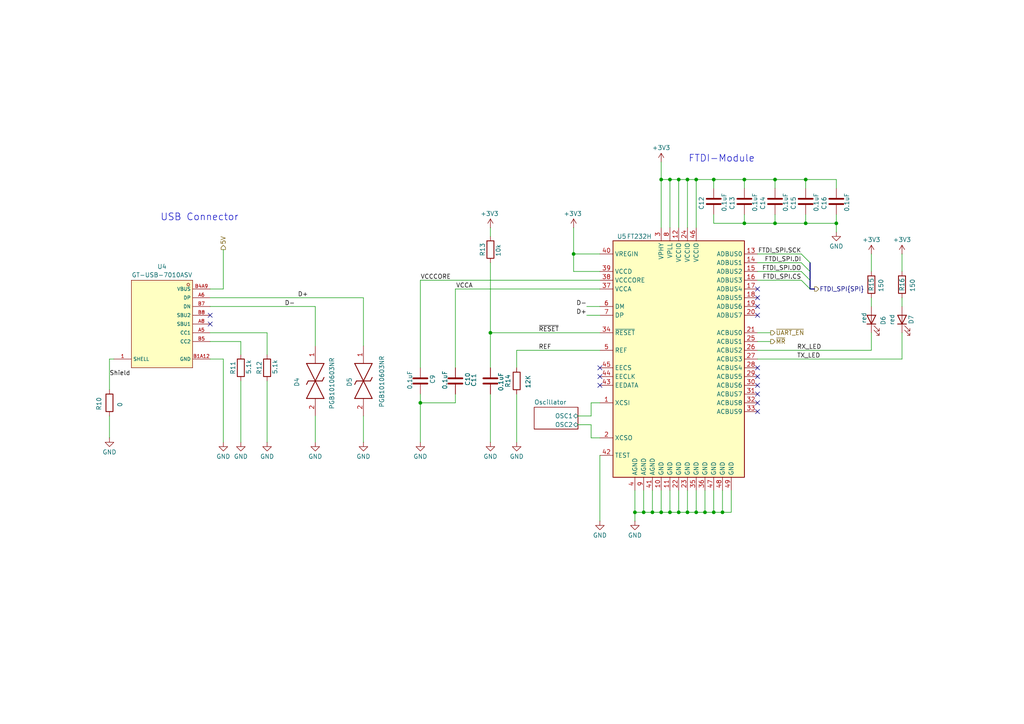
<source format=kicad_sch>
(kicad_sch (version 20231120) (generator "eeschema") (generator_version "8.0")
  (paper "A4")
  (title_block (title "PC connection") (date "2024-05-30") (rev "0.1"))
  (lib_symbols
    (symbol "Device:C" (pin_numbers hide) (pin_names (offset 0.254))
      (property "Reference" "C" (at 0.635 2.54 0))
      (property "Value" "C" (at 0.635 -2.54 0))
      (symbol "C_0_1"
        (polyline (pts (xy -2.032 -0.762) (xy 2.032 -0.762)) (stroke (width 0.508)))
        (polyline (pts (xy -2.032 0.762) (xy 2.032 0.762)) (stroke (width 0.508)))
      )
      (symbol "C_1_1"
        (pin passive line (at 0 3.81 270) (length 2.794) (name "~") (number "1"))
        (pin passive line (at 0 -3.81 90) (length 2.794) (name "~") (number "2"))
      )
    )
    (symbol "Device:LED" (pin_numbers hide) (pin_names (offset 1.016) hide)
      (property "Reference" "D" (at 0 2.54 0))
      (property "Value" "LED" (at 0 -2.54 0))
      (symbol "LED_0_1"
        (polyline (pts (xy -1.27 -1.27) (xy -1.27 1.27)) (stroke (width 0.254)))
        (polyline (pts (xy -1.27 0) (xy 1.27 0)))
        (polyline (pts (xy 1.27 -1.27) (xy 1.27 1.27) (xy -1.27 0) (xy 1.27 -1.27)) (stroke (width 0.254)))
        (polyline (pts (xy -3.048 -0.762) (xy -4.572 -2.286) (xy -3.81 -2.286) (xy -4.572 -2.286) (xy -4.572 -1.524)))
        (polyline (pts (xy -1.778 -0.762) (xy -3.302 -2.286) (xy -2.54 -2.286) (xy -3.302 -2.286) (xy -3.302 -1.524)))
      )
      (symbol "LED_1_1"
        (pin passive line (at -3.81 0 0) (length 2.54) (name "K") (number "1"))
        (pin passive line (at 3.81 0 180) (length 2.54) (name "A") (number "2"))
      )
    )
    (symbol "Device:R" (pin_numbers hide) (pin_names (offset 0))
      (property "Reference" "R" (at 2.032 0 90))
      (property "Value" "R" (at 0 0 90))
      (symbol "R_0_1"
        (rectangle (start -1.016 -2.54) (end 1.016 2.54) (stroke (width 0.254)))
      )
      (symbol "R_1_1"
        (pin passive line (at 0 3.81 270) (length 1.27) (name "~") (number "1"))
        (pin passive line (at 0 -3.81 90) (length 1.27) (name "~") (number "2"))
      )
    )
    (symbol "FABulous:FT232H"
      (property "Reference" "U" (at -19.05 35.56 0))
      (property "Value" "FT232H" (at 12.7 35.56 0))
      (symbol "FT232H_0_1"
        (rectangle (start -19.05 34.29) (end 19.05 -34.29) (stroke (width 0.254)) (fill (type background)))
      )
      (symbol "FT232H_1_1"
        (pin input line (at -22.86 -12.7 0) (length 3.81) (name "XCSI") (number "1"))
        (pin power_in line (at -5.08 -38.1 90) (length 3.81) (name "GND") (number "10"))
        (pin power_in line (at -2.54 -38.1 90) (length 3.81) (name "GND") (number "11"))
        (pin power_in line (at 0 38.1 270) (length 3.81) (name "VCCIO") (number "12"))
        (pin bidirectional line (at 22.86 30.48 180) (length 3.81) (name "ADBUS0") (number "13"))
        (pin bidirectional line (at 22.86 27.94 180) (length 3.81) (name "ADBUS1") (number "14"))
        (pin bidirectional line (at 22.86 25.4 180) (length 3.81) (name "ADBUS2") (number "15"))
        (pin bidirectional line (at 22.86 22.86 180) (length 3.81) (name "ADBUS3") (number "16"))
        (pin bidirectional line (at 22.86 20.32 180) (length 3.81) (name "ADBUS4") (number "17"))
        (pin bidirectional line (at 22.86 17.78 180) (length 3.81) (name "ADBUS5") (number "18"))
        (pin bidirectional line (at 22.86 15.24 180) (length 3.81) (name "ADBUS6") (number "19"))
        (pin output line (at -22.86 -22.86 0) (length 3.81) (name "XCSO") (number "2"))
        (pin bidirectional line (at 22.86 12.7 180) (length 3.81) (name "ADBUS7") (number "20"))
        (pin bidirectional line (at 22.86 7.62 180) (length 3.81) (name "ACBUS0") (number "21"))
        (pin power_in line (at 0 -38.1 90) (length 3.81) (name "GND") (number "22"))
        (pin power_in line (at 2.54 -38.1 90) (length 3.81) (name "GND") (number "23"))
        (pin power_in line (at 2.54 38.1 270) (length 3.81) (name "VCCIO") (number "24"))
        (pin bidirectional line (at 22.86 5.08 180) (length 3.81) (name "ACBUS1") (number "25"))
        (pin bidirectional line (at 22.86 2.54 180) (length 3.81) (name "ACBUS2") (number "26"))
        (pin bidirectional line (at 22.86 0 180) (length 3.81) (name "ACBUS3") (number "27"))
        (pin bidirectional line (at 22.86 -2.54 180) (length 3.81) (name "ACBUS4") (number "28"))
        (pin bidirectional line (at 22.86 -5.08 180) (length 3.81) (name "ACBUS5") (number "29"))
        (pin power_in line (at -5.08 38.1 270) (length 3.81) (name "VPHY") (number "3"))
        (pin bidirectional line (at 22.86 -7.62 180) (length 3.81) (name "ACBUS6") (number "30"))
        (pin bidirectional line (at 22.86 -10.16 180) (length 3.81) (name "ACBUS7") (number "31"))
        (pin bidirectional line (at 22.86 -12.7 180) (length 3.81) (name "ACBUS8") (number "32"))
        (pin bidirectional line (at 22.86 -15.24 180) (length 3.81) (name "ACBUS9") (number "33"))
        (pin input line (at -22.86 7.62 0) (length 3.81) (name "~{RESET}") (number "34"))
        (pin power_in line (at 5.08 -38.1 90) (length 3.81) (name "GND") (number "35"))
        (pin power_in line (at 7.62 -38.1 90) (length 3.81) (name "GND") (number "36"))
        (pin power_out line (at -22.86 20.32 0) (length 3.81) (name "VCCA") (number "37"))
        (pin power_out line (at -22.86 22.86 0) (length 3.81) (name "VCCCORE") (number "38"))
        (pin power_in line (at -22.86 25.4 0) (length 3.81) (name "VCCD") (number "39"))
        (pin power_in line (at -12.7 -38.1 90) (length 3.81) (name "AGND") (number "4"))
        (pin power_in line (at -22.86 30.48 0) (length 3.81) (name "VREGIN") (number "40"))
        (pin power_in line (at -7.62 -38.1 90) (length 3.81) (name "AGND") (number "41"))
        (pin input line (at -22.86 -27.94 0) (length 3.81) (name "TEST") (number "42"))
        (pin bidirectional line (at -22.86 -7.62 0) (length 3.81) (name "EEDATA") (number "43"))
        (pin input line (at -22.86 -5.08 0) (length 3.81) (name "EECLK") (number "44"))
        (pin input line (at -22.86 -2.54 0) (length 3.81) (name "EECS") (number "45"))
        (pin power_in line (at 5.08 38.1 270) (length 3.81) (name "VCCIO") (number "46"))
        (pin power_in line (at 10.16 -38.1 90) (length 3.81) (name "GND") (number "47"))
        (pin power_in line (at 12.7 -38.1 90) (length 3.81) (name "GND") (number "48"))
        (pin power_in line (at 15.24 -38.1 90) (length 3.81) (name "GND") (number "49"))
        (pin input line (at -22.86 2.54 0) (length 3.81) (name "REF") (number "5"))
        (pin bidirectional line (at -22.86 15.24 0) (length 3.81) (name "DM") (number "6"))
        (pin bidirectional line (at -22.86 12.7 0) (length 3.81) (name "DP") (number "7"))
        (pin power_in line (at -2.54 38.1 270) (length 3.81) (name "VPLL") (number "8"))
        (pin power_in line (at -10.16 -38.1 90) (length 3.81) (name "AGND") (number "9"))
      )
    )
    (symbol "PGB1010603NR:PGB1010603NR" (pin_names hide)
      (property "Reference" "D" (at 12.7 8.89 0))
      (property "Value" "PGB1010603NR" (at 12.7 6.35 0))
      (symbol "PGB1010603NR_1_1"
        (polyline (pts (xy 5.08 2.54) (xy 5.08 -2.54)) (stroke (width 0.254)))
        (polyline (pts (xy 5.08 2.54) (xy 10.16 0)) (stroke (width 0.254)))
        (polyline (pts (xy 9.144 2.54) (xy 10.16 2.032)) (stroke (width 0.254)))
        (polyline (pts (xy 10.16 -2.032) (xy 10.16 2.032)) (stroke (width 0.254)))
        (polyline (pts (xy 10.16 -2.032) (xy 11.176 -2.54)) (stroke (width 0.254)))
        (polyline (pts (xy 10.16 0) (xy 5.08 -2.54)) (stroke (width 0.254)))
        (polyline (pts (xy 10.16 0) (xy 15.24 -2.54)) (stroke (width 0.254)))
        (polyline (pts (xy 15.24 2.54) (xy 10.16 0)) (stroke (width 0.254)))
        (polyline (pts (xy 15.24 2.54) (xy 15.24 -2.54)) (stroke (width 0.254)))
        (pin passive line (at 0 0 0) (length 5.08) (name "1") (number "1"))
        (pin passive line (at 20.32 0 180) (length 5.08) (name "2") (number "2"))
      )
    )
    (symbol "easy_eda:GT-USB-7010ASV"
      (property "Reference" "U" (at 0 1.27 0))
      (property "Value" "GT-USB-7010ASV" (at 0 -2.54 0))
      (symbol "GT-USB-7010ASV_0_1"
        (rectangle (start -10.16 10.16) (end 7.62 -15.24) (fill (type background)))
        (circle (center -8.89 8.89) (radius 0.381) (fill (type background)))
      )
      (symbol "GT-USB-7010ASV_1_1"
        (pin passive line (at 12.7 -12.7 180) (length 5.08) (name "SHELL") (number "1"))
        (pin passive line (at 12.7 -12.7 180) (length 5.08) hide (name "SHELL") (number "2"))
        (pin passive line (at 12.7 -12.7 180) (length 5.08) hide (name "SHELL") (number "3"))
        (pin passive line (at 12.7 -12.7 180) (length 5.08) hide (name "SHELL") (number "4"))
        (pin passive line (at -15.24 -12.7 0) (length 5.08) hide (name "GND") (number "A1B12"))
        (pin passive line (at -15.24 7.62 0) (length 5.08) hide (name "VBUS") (number "A4B9"))
        (pin passive line (at -15.24 -5.08 0) (length 5.08) (name "CC1") (number "A5"))
        (pin bidirectional line (at -15.24 5.08 0) (length 5.08) (name "DP") (number "A6"))
        (pin bidirectional line (at -15.24 2.54 0) (length 5.08) hide (name "DN1") (number "A7"))
        (pin passive line (at -15.24 -2.54 0) (length 5.08) (name "SBU1") (number "A8"))
        (pin power_out line (at -15.24 -12.7 0) (length 5.08) (name "GND") (number "B1A12"))
        (pin power_out line (at -15.24 7.62 0) (length 5.08) (name "VBUS") (number "B4A9"))
        (pin passive line (at -15.24 -7.62 0) (length 5.08) (name "CC2") (number "B5"))
        (pin bidirectional line (at -15.24 5.08 0) (length 5.08) hide (name "DP2") (number "B6"))
        (pin bidirectional line (at -15.24 2.54 0) (length 5.08) (name "DN") (number "B7"))
        (pin passive line (at -15.24 0 0) (length 5.08) (name "SBU2") (number "B8"))
      )
    )
    (symbol "power:+3V3" (power) (pin_numbers hide) (pin_names (offset 0) hide)
      (property "Value" "+3V3" (at 0 3.556 0))
      (symbol "+3V3_0_1"
        (polyline (pts (xy -0.762 1.27) (xy 0 2.54)))
        (polyline (pts (xy 0 0) (xy 0 2.54)))
        (polyline (pts (xy 0 2.54) (xy 0.762 1.27)))
      )
      (symbol "+3V3_1_1"
        (pin power_in line (at 0 0 90) (length 0) (name "~") (number "1"))
      )
    )
    (symbol "power:GND" (power) (pin_numbers hide) (pin_names (offset 0) hide)
      (property "Value" "GND" (at 0 -3.81 0))
      (symbol "GND_0_1"
        (polyline (pts (xy 0 0) (xy 0 -1.27) (xy 1.27 -1.27) (xy 0 -2.54) (xy -1.27 -1.27) (xy 0 -1.27)))
      )
      (symbol "GND_1_1"
        (pin power_in line (at 0 0 270) (length 0) (name "~") (number "1"))
      )
    )
  )
  (junction (at 191.77 52.07))
  (junction (at 201.93 52.07))
  (junction (at 233.68 52.07))
  (junction (at 184.15 148.59))
  (junction (at 209.55 148.59))
  (junction (at 166.37 73.66))
  (junction (at 196.85 52.07))
  (junction (at 242.57 64.77))
  (junction (at 191.77 148.59))
  (junction (at 194.31 52.07))
  (junction (at 186.69 148.59))
  (junction (at 204.47 148.59))
  (junction (at 201.93 148.59))
  (junction (at 196.85 148.59))
  (junction (at 207.01 52.07))
  (junction (at 199.39 52.07))
  (junction (at 215.9 52.07))
  (junction (at 142.24 96.52))
  (junction (at 224.79 64.77))
  (junction (at 207.01 148.59))
  (junction (at 194.31 148.59))
  (junction (at 121.92 116.84))
  (junction (at 189.23 148.59))
  (junction (at 199.39 148.59))
  (junction (at 224.79 52.07))
  (junction (at 233.68 64.77))
  (junction (at 215.9 64.77))
  (no_connect (at 219.71 116.84))
  (no_connect (at 219.71 83.82))
  (no_connect (at 219.71 111.76))
  (no_connect (at 60.96 91.44))
  (no_connect (at 173.99 109.22))
  (no_connect (at 219.71 119.38))
  (no_connect (at 219.71 88.9))
  (no_connect (at 173.99 111.76))
  (no_connect (at 219.71 114.3))
  (no_connect (at 219.71 106.68))
  (no_connect (at 60.96 93.98))
  (no_connect (at 173.99 106.68))
  (no_connect (at 219.71 91.44))
  (no_connect (at 219.71 109.22))
  (no_connect (at 219.71 86.36))
  (bus_entry (at 232.41 78.74) (size 2.54 2.54))
  (bus_entry (at 232.41 81.28) (size 2.54 2.54))
  (bus_entry (at 232.41 76.2) (size 2.54 2.54))
  (bus_entry (at 232.41 73.66) (size 2.54 2.54))
  (wire (pts (xy 215.9 52.07) (xy 224.79 52.07)))
  (wire (pts (xy 149.86 106.68) (xy 149.86 101.6)))
  (wire (pts (xy 189.23 148.59) (xy 191.77 148.59)))
  (wire (pts (xy 91.44 88.9) (xy 91.44 100.33)))
  (wire (pts (xy 105.41 120.65) (xy 105.41 128.27)))
  (wire (pts (xy 142.24 76.2) (xy 142.24 96.52)))
  (wire (pts (xy 91.44 120.65) (xy 91.44 128.27)))
  (wire (pts (xy 60.96 83.82) (xy 64.77 83.82)))
  (wire (pts (xy 212.09 142.24) (xy 212.09 148.59)))
  (wire (pts (xy 69.85 110.49) (xy 69.85 128.27)))
  (wire (pts (xy 166.37 73.66) (xy 173.99 73.66)))
  (wire (pts (xy 252.73 73.66) (xy 252.73 78.74)))
  (wire (pts (xy 132.08 83.82) (xy 173.99 83.82)))
  (wire (pts (xy 261.62 86.36) (xy 261.62 88.9)))
  (wire (pts (xy 212.09 148.59) (xy 209.55 148.59)))
  (wire (pts (xy 171.45 116.84) (xy 173.99 116.84)))
  (wire (pts (xy 215.9 64.77) (xy 224.79 64.77)))
  (wire (pts (xy 224.79 64.77) (xy 233.68 64.77)))
  (wire (pts (xy 224.79 62.23) (xy 224.79 64.77)))
  (wire (pts (xy 69.85 99.06) (xy 60.96 99.06)))
  (wire (pts (xy 233.68 64.77) (xy 242.57 64.77)))
  (wire (pts (xy 77.47 96.52) (xy 77.47 102.87)))
  (bus (pts (xy 234.95 81.28) (xy 234.95 83.82)))
  (wire (pts (xy 60.96 104.14) (xy 64.77 104.14)))
  (wire (pts (xy 196.85 142.24) (xy 196.85 148.59)))
  (wire (pts (xy 232.41 81.28) (xy 219.71 81.28)))
  (wire (pts (xy 242.57 52.07) (xy 242.57 54.61)))
  (wire (pts (xy 142.24 114.3) (xy 142.24 128.27)))
  (wire (pts (xy 121.92 81.28) (xy 121.92 106.68)))
  (wire (pts (xy 232.41 76.2) (xy 219.71 76.2)))
  (wire (pts (xy 184.15 148.59) (xy 186.69 148.59)))
  (wire (pts (xy 191.77 142.24) (xy 191.77 148.59)))
  (wire (pts (xy 215.9 62.23) (xy 215.9 64.77)))
  (wire (pts (xy 219.71 101.6) (xy 252.73 101.6)))
  (wire (pts (xy 31.75 104.14) (xy 31.75 113.03)))
  (wire (pts (xy 31.75 120.65) (xy 31.75 127)))
  (wire (pts (xy 194.31 142.24) (xy 194.31 148.59)))
  (wire (pts (xy 191.77 52.07) (xy 191.77 66.04)))
  (wire (pts (xy 167.64 123.19) (xy 171.45 123.19)))
  (wire (pts (xy 149.86 101.6) (xy 173.99 101.6)))
  (wire (pts (xy 252.73 101.6) (xy 252.73 96.52)))
  (bus (pts (xy 234.95 83.82) (xy 236.22 83.82)))
  (wire (pts (xy 252.73 86.36) (xy 252.73 88.9)))
  (wire (pts (xy 215.9 64.77) (xy 207.01 64.77)))
  (wire (pts (xy 170.18 91.44) (xy 173.99 91.44)))
  (wire (pts (xy 215.9 54.61) (xy 215.9 52.07)))
  (wire (pts (xy 171.45 123.19) (xy 171.45 127)))
  (wire (pts (xy 242.57 64.77) (xy 242.57 62.23)))
  (wire (pts (xy 191.77 148.59) (xy 194.31 148.59)))
  (wire (pts (xy 201.93 52.07) (xy 201.93 66.04)))
  (wire (pts (xy 171.45 127) (xy 173.99 127)))
  (wire (pts (xy 194.31 52.07) (xy 194.31 66.04)))
  (wire (pts (xy 121.92 116.84) (xy 121.92 128.27)))
  (wire (pts (xy 204.47 148.59) (xy 201.93 148.59)))
  (wire (pts (xy 121.92 114.3) (xy 121.92 116.84)))
  (wire (pts (xy 132.08 106.68) (xy 132.08 83.82)))
  (wire (pts (xy 224.79 54.61) (xy 224.79 52.07)))
  (wire (pts (xy 233.68 62.23) (xy 233.68 64.77)))
  (wire (pts (xy 196.85 52.07) (xy 199.39 52.07)))
  (bus (pts (xy 234.95 76.2) (xy 234.95 78.74)))
  (wire (pts (xy 242.57 64.77) (xy 242.57 67.31)))
  (wire (pts (xy 132.08 116.84) (xy 132.08 114.3)))
  (bus (pts (xy 234.95 78.74) (xy 234.95 81.28)))
  (wire (pts (xy 69.85 102.87) (xy 69.85 99.06)))
  (wire (pts (xy 219.71 99.06) (xy 223.52 99.06)))
  (wire (pts (xy 60.96 88.9) (xy 91.44 88.9)))
  (wire (pts (xy 199.39 142.24) (xy 199.39 148.59)))
  (wire (pts (xy 201.93 148.59) (xy 199.39 148.59)))
  (wire (pts (xy 142.24 106.68) (xy 142.24 96.52)))
  (wire (pts (xy 199.39 52.07) (xy 201.93 52.07)))
  (wire (pts (xy 261.62 73.66) (xy 261.62 78.74)))
  (wire (pts (xy 64.77 104.14) (xy 64.77 128.27)))
  (wire (pts (xy 173.99 151.13) (xy 173.99 132.08)))
  (wire (pts (xy 201.93 52.07) (xy 207.01 52.07)))
  (wire (pts (xy 233.68 52.07) (xy 233.68 54.61)))
  (wire (pts (xy 173.99 81.28) (xy 121.92 81.28)))
  (wire (pts (xy 166.37 73.66) (xy 166.37 78.74)))
  (wire (pts (xy 207.01 64.77) (xy 207.01 62.23)))
  (wire (pts (xy 184.15 142.24) (xy 184.15 148.59)))
  (wire (pts (xy 105.41 86.36) (xy 105.41 100.33)))
  (wire (pts (xy 60.96 96.52) (xy 77.47 96.52)))
  (wire (pts (xy 60.96 86.36) (xy 105.41 86.36)))
  (wire (pts (xy 219.71 104.14) (xy 261.62 104.14)))
  (wire (pts (xy 142.24 66.04) (xy 142.24 68.58)))
  (wire (pts (xy 142.24 96.52) (xy 173.99 96.52)))
  (wire (pts (xy 170.18 88.9) (xy 173.99 88.9)))
  (wire (pts (xy 194.31 148.59) (xy 196.85 148.59)))
  (wire (pts (xy 186.69 142.24) (xy 186.69 148.59)))
  (wire (pts (xy 196.85 52.07) (xy 196.85 66.04)))
  (wire (pts (xy 219.71 96.52) (xy 223.52 96.52)))
  (wire (pts (xy 184.15 151.13) (xy 184.15 148.59)))
  (wire (pts (xy 33.02 104.14) (xy 31.75 104.14)))
  (wire (pts (xy 215.9 52.07) (xy 207.01 52.07)))
  (wire (pts (xy 209.55 142.24) (xy 209.55 148.59)))
  (wire (pts (xy 196.85 148.59) (xy 199.39 148.59)))
  (wire (pts (xy 189.23 142.24) (xy 189.23 148.59)))
  (wire (pts (xy 199.39 52.07) (xy 199.39 66.04)))
  (wire (pts (xy 191.77 46.99) (xy 191.77 52.07)))
  (wire (pts (xy 232.41 78.74) (xy 219.71 78.74)))
  (wire (pts (xy 233.68 52.07) (xy 242.57 52.07)))
  (wire (pts (xy 121.92 116.84) (xy 132.08 116.84)))
  (wire (pts (xy 201.93 142.24) (xy 201.93 148.59)))
  (wire (pts (xy 171.45 116.84) (xy 171.45 120.65)))
  (wire (pts (xy 204.47 142.24) (xy 204.47 148.59)))
  (wire (pts (xy 149.86 114.3) (xy 149.86 128.27)))
  (wire (pts (xy 209.55 148.59) (xy 207.01 148.59)))
  (wire (pts (xy 261.62 104.14) (xy 261.62 96.52)))
  (wire (pts (xy 194.31 52.07) (xy 196.85 52.07)))
  (wire (pts (xy 191.77 52.07) (xy 194.31 52.07)))
  (wire (pts (xy 186.69 148.59) (xy 189.23 148.59)))
  (wire (pts (xy 167.64 120.65) (xy 171.45 120.65)))
  (wire (pts (xy 207.01 52.07) (xy 207.01 54.61)))
  (wire (pts (xy 207.01 142.24) (xy 207.01 148.59)))
  (wire (pts (xy 224.79 52.07) (xy 233.68 52.07)))
  (wire (pts (xy 166.37 78.74) (xy 173.99 78.74)))
  (wire (pts (xy 77.47 110.49) (xy 77.47 128.27)))
  (wire (pts (xy 232.41 73.66) (xy 219.71 73.66)))
  (wire (pts (xy 64.77 72.39) (xy 64.77 83.82)))
  (wire (pts (xy 207.01 148.59) (xy 204.47 148.59)))
  (wire (pts (xy 166.37 66.04) (xy 166.37 73.66)))
  (text "USB Connector" (at 46.482 64.262 0) (effects (font (size 2 2)) (justify left bottom)))
  (text "FTDI-Module\n" (at 199.644 47.244 0) (effects (font (size 2 2)) (justify left bottom)))
  (label "Shield" (at 31.75 109.22 0))
  (label "TX_LED" (at 231.14 104.14 0))
  (label "~{RESET}" (at 156.21 96.52 0))
  (label "FTDI_SPI.SCK" (at 232.41 73.66 180))
  (label "FTDI_SPI.DI" (at 232.41 76.2 180))
  (label "D-" (at 82.55 88.9 0))
  (label "D+" (at 170.18 91.44 180))
  (label "RX_LED" (at 231.14 101.6 0))
  (label "REF" (at 156.21 101.6 0))
  (label "FTDI_SPI.CS" (at 232.41 81.28 180))
  (label "D-" (at 170.18 88.9 180))
  (label "D+" (at 86.36 86.36 0))
  (label "FTDI_SPI.DO" (at 232.41 78.74 180))
  (label "VCCCORE" (at 130.81 81.28 180))
  (label "VCCA" (at 137.16 83.82 180))
  (hierarchical_label "~{MR}" (shape output) (at 223.52 99.06 0))
  (hierarchical_label "~{UART_EN}" (shape output) (at 223.52 96.52 0))
  (hierarchical_label "FTDI_SPI{SPI}" (shape output) (at 236.22 83.82 0))
  (hierarchical_label "5V" (shape output) (at 64.77 72.39 90))
  (symbol (lib_id "Device:R") (at 142.24 72.39 0) (unit 1)
    (property "Reference" "R13" (at 139.954 72.39 90))
    (property "Value" "10k " (at 144.526 72.136 90))
    (property "Footprint" "Resistor_SMD:R_0805_2012Metric" (effects (hide yes)))
    (property "Description" "Resistor" (effects (hide yes)))
  )
  (symbol (lib_id "Device:C") (at 142.24 110.49 180) (unit 1)
    (property "Reference" "C11" (at 137.414 110.236 90))
    (property "Value" "0.1uF" (at 145.288 110.744 90))
    (property "Footprint" "Capacitor_SMD:C_0805_2012Metric" (effects (hide yes)))
    (property "Description" "Unpolarized capacitor" (effects (hide yes)))
  )
  (symbol (lib_id "power:GND") (at 77.47 128.27 0) (unit 1)
    (property "Reference" "#PWR029" (effects (hide yes)))
    (property "Value" "GND" (at 77.47 132.4031 0))
    (property "Description" "Power symbol creates a global label with name \"GND\" , ground" (effects (hide yes)))
  )
  (symbol (lib_id "Device:R") (at 69.85 106.68 0) (unit 1)
    (property "Reference" "R11" (at 67.564 106.68 90))
    (property "Value" "5.1k" (at 72.136 106.426 90))
    (property "Footprint" "Resistor_SMD:R_0805_2012Metric" (effects (hide yes)))
    (property "Description" "Resistor" (effects (hide yes)))
  )
  (symbol (lib_id "power:GND") (at 142.24 128.27 0) (unit 1)
    (property "Reference" "#PWR034" (effects (hide yes)))
    (property "Value" "GND" (at 142.24 132.4031 0))
    (property "Description" "Power symbol creates a global label with name \"GND\" , ground" (effects (hide yes)))
  )
  (symbol (lib_id "power:+3V3") (at 142.24 66.04 0) (unit 1)
    (property "Reference" "#PWR033" (effects (hide yes)))
    (property "Value" "+3V3" (at 141.986 61.976 0))
    (property "Description" "Power symbol creates a global label with name \"+3V3\"" (effects (hide yes)))
  )
  (symbol (lib_id "power:GND") (at 105.41 128.27 0) (unit 1)
    (property "Reference" "#PWR031" (effects (hide yes)))
    (property "Value" "GND" (at 105.41 132.4031 0))
    (property "Description" "Power symbol creates a global label with name \"GND\" , ground" (effects (hide yes)))
  )
  (symbol (lib_id "power:GND") (at 91.44 128.27 0) (unit 1)
    (property "Reference" "#PWR030" (effects (hide yes)))
    (property "Value" "GND" (at 91.44 132.4031 0))
    (property "Description" "Power symbol creates a global label with name \"GND\" , ground" (effects (hide yes)))
  )
  (symbol (lib_id "power:GND") (at 121.92 128.27 0) (unit 1)
    (property "Reference" "#PWR032" (effects (hide yes)))
    (property "Value" "GND" (at 121.92 132.4031 0))
    (property "Description" "Power symbol creates a global label with name \"GND\" , ground" (effects (hide yes)))
  )
  (symbol (lib_id "PGB1010603NR:PGB1010603NR") (at 91.44 100.33 270) (unit 1)
    (property "Reference" "D4" (at 86.106 109.474 0) (effects (justify left)))
    (property "Value" "PGB1010603NR" (at 96.266 103.632 0) (effects (justify left)))
    (property "Footprint" "easy_eda:D0603-BI" (effects (hide yes)))
    (property "Datasheet" "https://www.littelfuse.com/data/en/data_sheets/littelfuse_pulseguard-esd_pgb1.pdf" (effects (hide yes)))
    (property "Description" "ESD Suppressors / TVS Diodes 0603 24VDC .06pF" (effects (hide yes)))
    (property "Height" "0.36" (effects (hide yes)))
    (property "Manufacturer_Name" "LITTELFUSE" (effects (hide yes)))
    (property "Manufacturer_Part_Number" "PGB1010603NR" (effects (hide yes)))
    (property "Mouser Part Number" "576-PGB1010603NR" (effects (hide yes)))
    (property "Mouser Price/Stock" "https://www.mouser.co.uk/ProductDetail/Littelfuse/PGB1010603NR?qs=gu7KAQ731UTJOoBJUwB8FA%3D%3D" (effects (hide yes)))
    (property "Arrow Part Number" "PGB1010603NR" (effects (hide yes)))
    (property "Arrow Price/Stock" "https://www.arrow.com/en/products/pgb1010603nr/littelfuse?region=nac" (effects (hide yes)))
  )
  (symbol (lib_id "Device:R") (at 77.47 106.68 0) (unit 1)
    (property "Reference" "R12" (at 75.184 106.68 90))
    (property "Value" "5.1k" (at 79.756 106.426 90))
    (property "Footprint" "Resistor_SMD:R_0805_2012Metric" (effects (hide yes)))
    (property "Description" "Resistor" (effects (hide yes)))
  )
  (symbol (lib_id "power:+3V3") (at 252.73 73.66 0) (unit 1)
    (property "Reference" "#PWR041" (effects (hide yes)))
    (property "Value" "+3V3" (at 252.73 69.5269 0))
    (property "Description" "Power symbol creates a global label with name \"+3V3\"" (effects (hide yes)))
  )
  (symbol (lib_id "Device:C") (at 121.92 110.49 0) (unit 1)
    (property "Reference" "C9" (at 125.476 109.982 90))
    (property "Value" "0.1uF" (at 118.872 110.236 90))
    (property "Footprint" "Capacitor_SMD:C_0805_2012Metric" (effects (hide yes)))
    (property "Description" "Unpolarized capacitor" (effects (hide yes)))
  )
  (symbol (lib_id "power:GND") (at 69.85 128.27 0) (unit 1)
    (property "Reference" "#PWR028" (effects (hide yes)))
    (property "Value" "GND" (at 69.85 132.4031 0))
    (property "Description" "Power symbol creates a global label with name \"GND\" , ground" (effects (hide yes)))
  )
  (symbol (lib_id "power:GND") (at 184.15 151.13 0) (unit 1)
    (property "Reference" "#PWR038" (effects (hide yes)))
    (property "Value" "GND" (at 184.15 155.2631 0))
    (property "Description" "Power symbol creates a global label with name \"GND\" , ground" (effects (hide yes)))
  )
  (symbol (lib_id "Device:R") (at 252.73 82.55 180) (unit 1)
    (property "Reference" "R15" (at 252.73 82.55 90))
    (property "Value" "150" (at 255.524 82.804 90))
    (property "Footprint" "Resistor_SMD:R_0805_2012Metric" (effects (hide yes)))
    (property "Description" "Resistor" (effects (hide yes)))
  )
  (symbol (lib_id "Device:C") (at 132.08 110.49 0) (unit 1)
    (property "Reference" "C10" (at 135.636 109.982 90))
    (property "Value" "0.1uF" (at 129.032 110.236 90))
    (property "Footprint" "Capacitor_SMD:C_0805_2012Metric" (effects (hide yes)))
    (property "Description" "Unpolarized capacitor" (effects (hide yes)))
  )
  (symbol (lib_id "Device:R") (at 261.62 82.55 180) (unit 1)
    (property "Reference" "R16" (at 261.62 82.55 90))
    (property "Value" "150 " (at 264.668 82.296 90))
    (property "Footprint" "Resistor_SMD:R_0805_2012Metric" (effects (hide yes)))
    (property "Description" "Resistor" (effects (hide yes)))
  )
  (symbol (lib_id "easy_eda:GT-USB-7010ASV") (at 45.72 91.44 0) (mirror y) (unit 1)
    (property "Reference" "U4" (at 46.99 77.3317 0))
    (property "Value" "GT-USB-7010ASV" (at 46.99 79.756 0))
    (property "Footprint" "easy_eda:USB-C-SMD_G-SWITCH_GT-USB-7010ASV" (effects (hide yes)))
    (property "Datasheet" "https://atta.szlcsc.com/upload/public/pdf/source/20220407/8043DBBC37E1BDE9D4FD36EE7A4A9BB9.pdf" (effects (hide yes)))
    (property "LCSC" "C2988369" (effects (hide yes)))
  )
  (symbol (lib_id "Device:LED") (at 252.73 92.71 90) (unit 1)
    (property "Reference" "D6" (at 256.159 92.964 0))
    (property "Value" "red" (at 250.571 92.202 0))
    (property "Footprint" "LED_SMD:LED_1206_3216Metric" (effects (hide yes)))
    (property "Description" "Light emitting diode" (effects (hide yes)))
  )
  (symbol (lib_id "power:+3V3") (at 166.37 66.04 0) (unit 1)
    (property "Reference" "#PWR036" (effects (hide yes)))
    (property "Value" "+3V3" (at 166.116 61.976 0))
    (property "Description" "Power symbol creates a global label with name \"+3V3\"" (effects (hide yes)))
  )
  (symbol (lib_id "Device:LED") (at 261.62 92.71 90) (unit 1)
    (property "Reference" "D7" (at 264.287 92.71 0))
    (property "Value" "red" (at 258.699 92.71 0))
    (property "Footprint" "LED_SMD:LED_1206_3216Metric" (effects (hide yes)))
    (property "Description" "Light emitting diode" (effects (hide yes)))
  )
  (symbol (lib_id "power:GND") (at 173.99 151.13 0) (unit 1)
    (property "Reference" "#PWR037" (effects (hide yes)))
    (property "Value" "GND" (at 173.99 155.2631 0))
    (property "Description" "Power symbol creates a global label with name \"GND\" , ground" (effects (hide yes)))
  )
  (symbol (lib_id "power:GND") (at 64.77 128.27 0) (unit 1)
    (property "Reference" "#PWR027" (effects (hide yes)))
    (property "Value" "GND" (at 64.77 132.4031 0))
    (property "Description" "Power symbol creates a global label with name \"GND\" , ground" (effects (hide yes)))
  )
  (symbol (lib_id "power:GND") (at 242.57 67.31 0) (unit 1)
    (property "Reference" "#PWR040" (effects (hide yes)))
    (property "Value" "GND" (at 242.57 71.4431 0))
    (property "Description" "Power symbol creates a global label with name \"GND\" , ground" (effects (hide yes)))
  )
  (symbol (lib_id "FABulous:FT232H") (at 196.85 104.14 0) (unit 1)
    (property "Reference" "U5" (at 180.34 68.58 0))
    (property "Value" "FT232H" (at 185.42 68.58 0))
    (property "Footprint" "Package_DFN_QFN:QFN-48-1EP_8x8mm_P0.5mm_EP6.2x6.2mm" (effects (hide yes)))
    (property "Datasheet" "https://www.ftdichip.com/Support/Documents/DataSheets/ICs/DS_FT232H.pdf" (effects (hide yes)))
    (property "Description" "Hi Speed Single Channel USB UART/FIFO, LQFP/QFN-48" (effects (hide yes)))
  )
  (symbol (lib_id "Device:C") (at 242.57 58.42 180) (unit 1)
    (property "Reference" "C16" (at 239.014 58.928 90))
    (property "Value" "0.1uF" (at 245.618 58.674 90))
    (property "Footprint" "Capacitor_SMD:C_0805_2012Metric" (effects (hide yes)))
    (property "Description" "Unpolarized capacitor" (effects (hide yes)))
  )
  (symbol (lib_id "Device:C") (at 224.79 58.42 180) (unit 1)
    (property "Reference" "C14" (at 221.234 58.928 90))
    (property "Value" "0.1uF" (at 227.838 58.674 90))
    (property "Footprint" "Capacitor_SMD:C_0805_2012Metric" (effects (hide yes)))
    (property "Description" "Unpolarized capacitor" (effects (hide yes)))
  )
  (symbol (lib_id "power:+3V3") (at 191.77 46.99 0) (unit 1)
    (property "Reference" "#PWR039" (effects (hide yes)))
    (property "Value" "+3V3" (at 191.77 42.8569 0))
    (property "Description" "Power symbol creates a global label with name \"+3V3\"" (effects (hide yes)))
  )
  (symbol (lib_id "Device:R") (at 149.86 110.49 180) (unit 1)
    (property "Reference" "R14" (at 147.32 110.49 90))
    (property "Value" "12K " (at 153.162 110.236 90))
    (property "Footprint" "Resistor_SMD:R_0805_2012Metric" (effects (hide yes)))
    (property "Description" "Resistor" (effects (hide yes)))
  )
  (symbol (lib_id "power:GND") (at 149.86 128.27 0) (unit 1)
    (property "Reference" "#PWR035" (effects (hide yes)))
    (property "Value" "GND" (at 149.86 132.4031 0))
    (property "Description" "Power symbol creates a global label with name \"GND\" , ground" (effects (hide yes)))
  )
  (symbol (lib_id "Device:C") (at 207.01 58.42 180) (unit 1)
    (property "Reference" "C12" (at 203.454 58.928 90))
    (property "Value" "0.1uF" (at 210.058 58.674 90))
    (property "Footprint" "Capacitor_SMD:C_0805_2012Metric" (effects (hide yes)))
    (property "Description" "Unpolarized capacitor" (effects (hide yes)))
  )
  (symbol (lib_id "Device:C") (at 233.68 58.42 180) (unit 1)
    (property "Reference" "C15" (at 230.124 58.928 90))
    (property "Value" "0.1uF" (at 236.728 58.674 90))
    (property "Footprint" "Capacitor_SMD:C_0805_2012Metric" (effects (hide yes)))
    (property "Description" "Unpolarized capacitor" (effects (hide yes)))
  )
  (symbol (lib_id "PGB1010603NR:PGB1010603NR") (at 105.41 100.33 270) (unit 1)
    (property "Reference" "D5" (at 101.346 109.474 0) (effects (justify left)))
    (property "Value" "PGB1010603NR" (at 110.744 103.124 0) (effects (justify left)))
    (property "Footprint" "easy_eda:D0603-BI" (effects (hide yes)))
    (property "Datasheet" "https://www.littelfuse.com/data/en/data_sheets/littelfuse_pulseguard-esd_pgb1.pdf" (effects (hide yes)))
    (property "Description" "ESD Suppressors / TVS Diodes 0603 24VDC .06pF" (effects (hide yes)))
    (property "Height" "0.36" (effects (hide yes)))
    (property "Manufacturer_Name" "LITTELFUSE" (effects (hide yes)))
    (property "Manufacturer_Part_Number" "PGB1010603NR" (effects (hide yes)))
    (property "Mouser Part Number" "576-PGB1010603NR" (effects (hide yes)))
    (property "Mouser Price/Stock" "https://www.mouser.co.uk/ProductDetail/Littelfuse/PGB1010603NR?qs=gu7KAQ731UTJOoBJUwB8FA%3D%3D" (effects (hide yes)))
    (property "Arrow Part Number" "PGB1010603NR" (effects (hide yes)))
    (property "Arrow Price/Stock" "https://www.arrow.com/en/products/pgb1010603nr/littelfuse?region=nac" (effects (hide yes)))
  )
  (symbol (lib_id "power:+3V3") (at 261.62 73.66 0) (unit 1)
    (property "Reference" "#PWR042" (effects (hide yes)))
    (property "Value" "+3V3" (at 261.62 69.5269 0))
    (property "Description" "Power symbol creates a global label with name \"+3V3\"" (effects (hide yes)))
  )
  (symbol (lib_id "power:GND") (at 31.75 127 0) (unit 1)
    (property "Reference" "#PWR026" (effects (hide yes)))
    (property "Value" "GND" (at 31.75 131.1331 0))
    (property "Description" "Power symbol creates a global label with name \"GND\" , ground" (effects (hide yes)))
  )
  (symbol (lib_id "Device:C") (at 215.9 58.42 180) (unit 1)
    (property "Reference" "C13" (at 212.344 58.928 90))
    (property "Value" "0.1uF" (at 218.948 58.674 90))
    (property "Footprint" "Capacitor_SMD:C_0805_2012Metric" (effects (hide yes)))
    (property "Description" "Unpolarized capacitor" (effects (hide yes)))
  )
  (symbol (lib_id "Device:R") (at 31.75 116.84 0) (unit 1)
    (property "Reference" "R10" (at 28.702 117.094 90))
    (property "Value" "0" (at 34.798 117.348 90))
    (property "Footprint" "Resistor_SMD:R_0805_2012Metric" (effects (hide yes)))
    (property "Description" "Resistor" (effects (hide yes)))
  )
  (sheet (at 154.94 118.11) (size 12.7 6.35) (stroke (width 0.1524))
    (property "Sheetname" "Oscillator" (at 154.94 117.3984 0) (effects (justify left bottom)))
    (property "Sheetfile" "oscillator.kicad_sch" (effects (hide yes)))
    (pin "OSC1" bidirectional (at 167.64 120.65 0))
    (pin "OSC2" bidirectional (at 167.64 123.19 0))
  )
)
</source>
